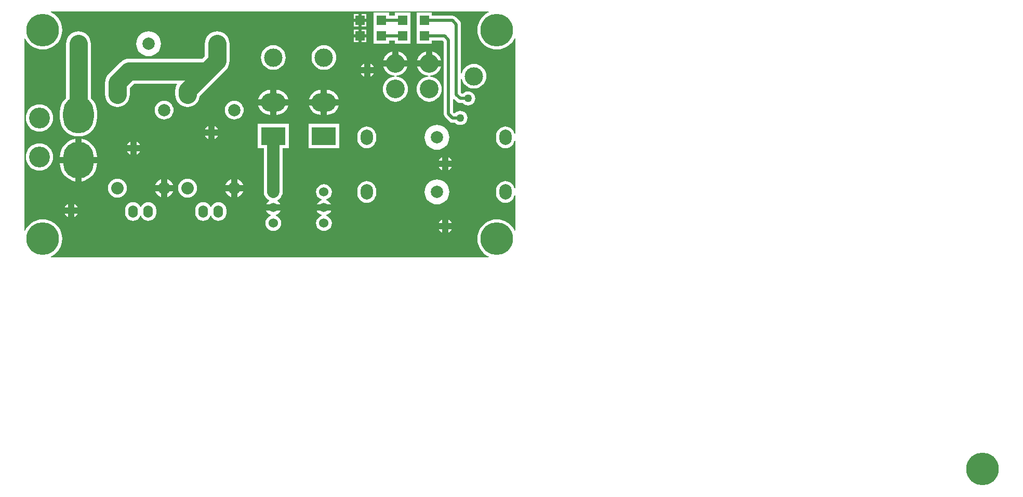
<source format=gtl>
G04 Layer_Physical_Order=1*
G04 Layer_Color=255*
%FSLAX25Y25*%
%MOIN*%
G70*
G01*
G75*
%ADD10R,0.05906X0.05906*%
%ADD11C,0.01969*%
%ADD12C,0.11811*%
%ADD13C,0.07874*%
%ADD14O,0.07874X0.09843*%
%ADD15C,0.07874*%
%ADD16C,0.12000*%
%ADD17C,0.11811*%
%ADD18R,0.15748X0.11811*%
%ADD19O,0.15748X0.11811*%
%ADD20C,0.08000*%
%ADD21O,0.06000X0.08000*%
%ADD22C,0.20945*%
%ADD23C,0.06000*%
%ADD24O,0.19685X0.23622*%
%ADD25C,0.13386*%
%ADD26C,0.05000*%
G36*
X297888Y156990D02*
X297470Y156817D01*
X295796Y155791D01*
X294303Y154516D01*
X293028Y153023D01*
X292002Y151349D01*
X291251Y149535D01*
X290793Y147626D01*
X290639Y145669D01*
X290793Y143712D01*
X291251Y141803D01*
X292002Y139989D01*
X293028Y138315D01*
X294303Y136823D01*
X295796Y135548D01*
X297470Y134522D01*
X299284Y133771D01*
X301192Y133312D01*
X303150Y133158D01*
X305107Y133312D01*
X307016Y133771D01*
X308829Y134522D01*
X310503Y135548D01*
X311996Y136823D01*
X313271Y138315D01*
X314297Y139989D01*
X314470Y140408D01*
X314961Y140310D01*
Y79204D01*
X314461Y79130D01*
X314173Y80078D01*
X313622Y81110D01*
X312880Y82014D01*
X311976Y82756D01*
X310944Y83307D01*
X309825Y83646D01*
X308661Y83761D01*
X307498Y83646D01*
X306378Y83307D01*
X305347Y82756D01*
X304443Y82014D01*
X303701Y81110D01*
X303150Y80078D01*
X302810Y78959D01*
X302696Y77795D01*
Y75827D01*
X302810Y74663D01*
X303150Y73544D01*
X303701Y72512D01*
X304443Y71608D01*
X305347Y70866D01*
X306378Y70315D01*
X307498Y69976D01*
X308661Y69861D01*
X309825Y69976D01*
X310944Y70315D01*
X311976Y70866D01*
X312880Y71608D01*
X313622Y72512D01*
X314173Y73544D01*
X314461Y74492D01*
X314961Y74418D01*
Y44204D01*
X314461Y44130D01*
X314173Y45078D01*
X313622Y46110D01*
X312880Y47014D01*
X311976Y47756D01*
X310944Y48307D01*
X309825Y48646D01*
X308661Y48761D01*
X307498Y48646D01*
X306378Y48307D01*
X305347Y47756D01*
X304443Y47014D01*
X303701Y46110D01*
X303150Y45078D01*
X302810Y43959D01*
X302696Y42795D01*
Y40827D01*
X302810Y39663D01*
X303150Y38544D01*
X303701Y37512D01*
X304443Y36608D01*
X305347Y35866D01*
X306378Y35315D01*
X307498Y34976D01*
X308661Y34861D01*
X309825Y34976D01*
X310944Y35315D01*
X311976Y35866D01*
X312880Y36608D01*
X313622Y37512D01*
X314173Y38544D01*
X314461Y39492D01*
X314961Y39418D01*
Y17170D01*
X314470Y17073D01*
X314297Y17491D01*
X313271Y19165D01*
X311996Y20658D01*
X310503Y21933D01*
X308829Y22958D01*
X307016Y23710D01*
X305107Y24168D01*
X303150Y24322D01*
X301192Y24168D01*
X299284Y23710D01*
X297470Y22958D01*
X295796Y21933D01*
X294303Y20658D01*
X293028Y19165D01*
X292002Y17491D01*
X291251Y15677D01*
X290793Y13768D01*
X290639Y11811D01*
X290793Y9854D01*
X291251Y7945D01*
X292002Y6131D01*
X293028Y4457D01*
X294303Y2964D01*
X295796Y1689D01*
X297470Y664D01*
X297888Y490D01*
X297790Y0D01*
X17170D01*
X17073Y490D01*
X17491Y664D01*
X19165Y1689D01*
X20658Y2964D01*
X21933Y4457D01*
X22958Y6131D01*
X23710Y7945D01*
X24168Y9854D01*
X24322Y11811D01*
X24168Y13768D01*
X23710Y15677D01*
X22958Y17491D01*
X21933Y19165D01*
X20658Y20658D01*
X19165Y21933D01*
X17491Y22958D01*
X15677Y23710D01*
X13768Y24168D01*
X11811Y24322D01*
X9854Y24168D01*
X7945Y23710D01*
X6131Y22958D01*
X4457Y21933D01*
X2964Y20658D01*
X1689Y19165D01*
X664Y17491D01*
X490Y17073D01*
X0Y17170D01*
Y140310D01*
X490Y140408D01*
X664Y139989D01*
X1689Y138315D01*
X2964Y136823D01*
X4457Y135548D01*
X6131Y134522D01*
X7945Y133771D01*
X9854Y133312D01*
X11811Y133158D01*
X13768Y133312D01*
X15677Y133771D01*
X17491Y134522D01*
X19165Y135548D01*
X20658Y136823D01*
X21933Y138315D01*
X22958Y139989D01*
X23710Y141803D01*
X24168Y143712D01*
X24322Y145669D01*
X24168Y147626D01*
X23710Y149535D01*
X22958Y151349D01*
X21933Y153023D01*
X20658Y154516D01*
X19165Y155791D01*
X17491Y156817D01*
X17073Y156990D01*
X17170Y157480D01*
X297790D01*
X297888Y156990D01*
D02*
G37*
%LPC*%
G36*
X247748Y156764D02*
X237842D01*
Y154821D01*
X234028D01*
Y156764D01*
X224122D01*
Y147264D01*
X224122Y146858D01*
X224122Y146358D01*
Y136858D01*
X234028D01*
Y138801D01*
X237842D01*
Y136858D01*
X247748D01*
Y146358D01*
X247748Y146764D01*
X247748Y147264D01*
Y156764D01*
D02*
G37*
G36*
X219248Y155764D02*
X216295D01*
Y152811D01*
X219248D01*
Y155764D01*
D02*
G37*
G36*
X214295D02*
X211343D01*
Y152811D01*
X214295D01*
Y155764D01*
D02*
G37*
G36*
X219248Y150811D02*
X216295D01*
Y147858D01*
X219248D01*
Y150811D01*
D02*
G37*
G36*
X214295D02*
X211343D01*
Y147858D01*
X214295D01*
Y150811D01*
D02*
G37*
G36*
X219248Y145764D02*
X216295D01*
Y142811D01*
X219248D01*
Y145764D01*
D02*
G37*
G36*
X214295D02*
X211343D01*
Y142811D01*
X214295D01*
Y145764D01*
D02*
G37*
G36*
X219248Y140811D02*
X216295D01*
Y137858D01*
X219248D01*
Y140811D01*
D02*
G37*
G36*
X214295D02*
X211343D01*
Y137858D01*
X214295D01*
Y140811D01*
D02*
G37*
G36*
X79685Y144755D02*
X78135Y144602D01*
X76645Y144150D01*
X75272Y143416D01*
X74068Y142428D01*
X73080Y141224D01*
X72346Y139851D01*
X71894Y138361D01*
X71741Y136811D01*
X71894Y135261D01*
X72346Y133771D01*
X73080Y132398D01*
X74068Y131194D01*
X75272Y130206D01*
X76645Y129472D01*
X78135Y129020D01*
X79685Y128867D01*
X81235Y129020D01*
X82725Y129472D01*
X84098Y130206D01*
X85302Y131194D01*
X86290Y132398D01*
X87024Y133771D01*
X87476Y135261D01*
X87629Y136811D01*
X87476Y138361D01*
X87024Y139851D01*
X86290Y141224D01*
X85302Y142428D01*
X84098Y143416D01*
X82725Y144150D01*
X81235Y144602D01*
X79685Y144755D01*
D02*
G37*
G36*
X261685Y132064D02*
Y126311D01*
X267438D01*
X267112Y127387D01*
X266369Y128777D01*
X265369Y129995D01*
X264151Y130995D01*
X262761Y131738D01*
X261685Y132064D01*
D02*
G37*
G36*
X257685D02*
X256609Y131738D01*
X255219Y130995D01*
X254001Y129995D01*
X253001Y128777D01*
X252258Y127387D01*
X251932Y126311D01*
X257685D01*
Y132064D01*
D02*
G37*
G36*
X240032Y132064D02*
Y126311D01*
X245785D01*
X245458Y127387D01*
X244715Y128777D01*
X243716Y129995D01*
X242498Y130995D01*
X241108Y131738D01*
X240032Y132064D01*
D02*
G37*
G36*
X236032Y132064D02*
X234955Y131738D01*
X233565Y130995D01*
X232347Y129995D01*
X231348Y128777D01*
X230605Y127387D01*
X230278Y126311D01*
X236032D01*
Y132064D01*
D02*
G37*
G36*
X222000Y124042D02*
Y122000D01*
X224042D01*
X223931Y122269D01*
X223209Y123209D01*
X222269Y123931D01*
X222000Y124042D01*
D02*
G37*
G36*
X218000D02*
X217731Y123931D01*
X216791Y123209D01*
X216069Y122269D01*
X215958Y122000D01*
X218000D01*
Y124042D01*
D02*
G37*
G36*
X192185Y135995D02*
X190635Y135842D01*
X189145Y135390D01*
X187772Y134656D01*
X186568Y133668D01*
X185580Y132465D01*
X184846Y131091D01*
X184394Y129601D01*
X184241Y128051D01*
X184394Y126501D01*
X184846Y125011D01*
X185580Y123638D01*
X186568Y122434D01*
X187772Y121446D01*
X189145Y120712D01*
X190635Y120260D01*
X192185Y120107D01*
X193735Y120260D01*
X195225Y120712D01*
X196598Y121446D01*
X197802Y122434D01*
X198790Y123638D01*
X199524Y125011D01*
X199976Y126501D01*
X200129Y128051D01*
X199976Y129601D01*
X199524Y131091D01*
X198790Y132465D01*
X197802Y133668D01*
X196598Y134656D01*
X195225Y135390D01*
X193735Y135842D01*
X192185Y135995D01*
D02*
G37*
G36*
X159685D02*
X158135Y135842D01*
X156645Y135390D01*
X155272Y134656D01*
X154068Y133668D01*
X153080Y132465D01*
X152346Y131091D01*
X151894Y129601D01*
X151741Y128051D01*
X151894Y126501D01*
X152346Y125011D01*
X153080Y123638D01*
X154068Y122434D01*
X155272Y121446D01*
X156645Y120712D01*
X158135Y120260D01*
X159685Y120107D01*
X161235Y120260D01*
X162725Y120712D01*
X164098Y121446D01*
X165302Y122434D01*
X166290Y123638D01*
X167024Y125011D01*
X167476Y126501D01*
X167629Y128051D01*
X167476Y129601D01*
X167024Y131091D01*
X166290Y132465D01*
X165302Y133668D01*
X164098Y134656D01*
X162725Y135390D01*
X161235Y135842D01*
X159685Y135995D01*
D02*
G37*
G36*
X224042Y118000D02*
X222000D01*
Y115958D01*
X222269Y116069D01*
X223209Y116791D01*
X223931Y117731D01*
X224042Y118000D01*
D02*
G37*
G36*
X218000D02*
X215958D01*
X216069Y117731D01*
X216791Y116791D01*
X217731Y116069D01*
X218000Y115958D01*
Y118000D01*
D02*
G37*
G36*
X261528Y156764D02*
X251622D01*
Y146858D01*
X251622D01*
Y146764D01*
X251622D01*
Y136858D01*
X261528D01*
Y138801D01*
X268438D01*
X269175Y138064D01*
Y91811D01*
X269278Y91032D01*
X269578Y90306D01*
X270057Y89683D01*
X272557Y87183D01*
X273180Y86704D01*
X273906Y86404D01*
X274685Y86301D01*
X276323D01*
X276476Y86102D01*
X277416Y85380D01*
X278510Y84927D01*
X279685Y84772D01*
X280860Y84927D01*
X281955Y85380D01*
X282894Y86102D01*
X283616Y87042D01*
X284069Y88136D01*
X284224Y89311D01*
X284069Y90486D01*
X283616Y91580D01*
X282894Y92520D01*
X281955Y93242D01*
X280860Y93695D01*
X279685Y93850D01*
X278510Y93695D01*
X277416Y93242D01*
X276476Y92520D01*
X276394Y92414D01*
X275863Y92390D01*
X275195Y93058D01*
Y101391D01*
X275657Y101582D01*
X277557Y99683D01*
X278180Y99204D01*
X278906Y98904D01*
X279685Y98801D01*
X281323D01*
X281476Y98602D01*
X282416Y97880D01*
X283510Y97427D01*
X284685Y97272D01*
X285860Y97427D01*
X286954Y97880D01*
X287895Y98602D01*
X288616Y99542D01*
X289069Y100636D01*
X289224Y101811D01*
X289069Y102986D01*
X288616Y104080D01*
X287895Y105020D01*
X286954Y105742D01*
X285860Y106195D01*
X284685Y106350D01*
X283510Y106195D01*
X282416Y105742D01*
X281476Y105020D01*
X281394Y104913D01*
X280863Y104890D01*
X280195Y105558D01*
Y114218D01*
X280695Y114293D01*
X281086Y113003D01*
X281820Y111630D01*
X282808Y110426D01*
X284012Y109438D01*
X285385Y108704D01*
X286876Y108252D01*
X288425Y108100D01*
X289975Y108252D01*
X291465Y108704D01*
X292839Y109438D01*
X294042Y110426D01*
X295030Y111630D01*
X295764Y113003D01*
X296216Y114494D01*
X296369Y116043D01*
X296216Y117593D01*
X295764Y119083D01*
X295030Y120457D01*
X294042Y121660D01*
X292839Y122648D01*
X291465Y123382D01*
X289975Y123834D01*
X288425Y123987D01*
X286876Y123834D01*
X285385Y123382D01*
X284012Y122648D01*
X282808Y121660D01*
X281820Y120457D01*
X281086Y119083D01*
X280695Y117794D01*
X280195Y117868D01*
Y149311D01*
X280093Y150090D01*
X279792Y150816D01*
X279313Y151439D01*
X276813Y153939D01*
X276190Y154418D01*
X275464Y154718D01*
X274685Y154821D01*
X261528D01*
Y156764D01*
D02*
G37*
G36*
X194185Y107252D02*
Y101311D01*
X201808D01*
X201493Y102351D01*
X200759Y103724D01*
X199771Y104928D01*
X198567Y105916D01*
X197194Y106650D01*
X195703Y107102D01*
X194185Y107252D01*
D02*
G37*
G36*
X161685D02*
Y101311D01*
X169308D01*
X168993Y102351D01*
X168259Y103724D01*
X167271Y104928D01*
X166067Y105916D01*
X164693Y106650D01*
X163203Y107102D01*
X161685Y107252D01*
D02*
G37*
G36*
X190185D02*
X188667Y107102D01*
X187177Y106650D01*
X185803Y105916D01*
X184599Y104928D01*
X183612Y103724D01*
X182878Y102351D01*
X182562Y101311D01*
X190185D01*
Y107252D01*
D02*
G37*
G36*
X157685D02*
X156167Y107102D01*
X154677Y106650D01*
X153303Y105916D01*
X152100Y104928D01*
X151111Y103724D01*
X150378Y102351D01*
X150062Y101311D01*
X157685D01*
Y107252D01*
D02*
G37*
G36*
X267438Y122311D02*
X259685D01*
X251932D01*
X252258Y121235D01*
X253001Y119845D01*
X254001Y118627D01*
X255219Y117627D01*
X256609Y116884D01*
X258117Y116427D01*
X259412Y116299D01*
X259460Y116295D01*
Y115792D01*
X259412Y115787D01*
X258117Y115660D01*
X256609Y115202D01*
X255219Y114460D01*
X254001Y113460D01*
X253001Y112242D01*
X252258Y110852D01*
X251801Y109344D01*
X251646Y107776D01*
X251801Y106207D01*
X252258Y104699D01*
X253001Y103310D01*
X254001Y102091D01*
X255219Y101092D01*
X256609Y100349D01*
X258117Y99891D01*
X259685Y99737D01*
X261253Y99891D01*
X262761Y100349D01*
X264151Y101092D01*
X265369Y102091D01*
X266369Y103310D01*
X267112Y104699D01*
X267569Y106207D01*
X267724Y107776D01*
X267569Y109344D01*
X267112Y110852D01*
X266369Y112242D01*
X265369Y113460D01*
X264151Y114460D01*
X262761Y115202D01*
X261253Y115660D01*
X259958Y115787D01*
X259910Y115792D01*
Y116295D01*
X259958Y116299D01*
X261253Y116427D01*
X262761Y116884D01*
X264151Y117627D01*
X265369Y118627D01*
X266369Y119845D01*
X267112Y121235D01*
X267438Y122311D01*
D02*
G37*
G36*
X245785Y122311D02*
X238032D01*
X230278D01*
X230605Y121235D01*
X231348Y119845D01*
X232347Y118627D01*
X233565Y117627D01*
X234955Y116884D01*
X236463Y116427D01*
X237759Y116299D01*
X237806Y116295D01*
Y115792D01*
X237759Y115787D01*
X236463Y115660D01*
X234955Y115202D01*
X233565Y114460D01*
X232347Y113460D01*
X231348Y112242D01*
X230605Y110852D01*
X230147Y109344D01*
X229993Y107776D01*
X230147Y106207D01*
X230605Y104699D01*
X231348Y103310D01*
X232347Y102091D01*
X233565Y101092D01*
X234955Y100349D01*
X236463Y99891D01*
X238032Y99737D01*
X239600Y99891D01*
X241108Y100349D01*
X242498Y101092D01*
X243716Y102091D01*
X244715Y103310D01*
X245458Y104699D01*
X245916Y106207D01*
X246070Y107776D01*
X245916Y109344D01*
X245458Y110852D01*
X244715Y112242D01*
X243716Y113460D01*
X242498Y114460D01*
X241108Y115202D01*
X239600Y115660D01*
X238304Y115787D01*
X238257Y115792D01*
Y116295D01*
X238304Y116299D01*
X239600Y116427D01*
X241108Y116884D01*
X242498Y117627D01*
X243716Y118627D01*
X244715Y119845D01*
X245458Y121235D01*
X245785Y122311D01*
D02*
G37*
G36*
X123661Y144755D02*
X122112Y144602D01*
X120622Y144150D01*
X119248Y143416D01*
X118044Y142428D01*
X117056Y141224D01*
X116322Y139851D01*
X115870Y138361D01*
X115718Y136811D01*
Y129078D01*
X113895Y127255D01*
X67185D01*
X65635Y127102D01*
X64145Y126650D01*
X62772Y125916D01*
X61568Y124928D01*
X54068Y117428D01*
X53080Y116224D01*
X52346Y114851D01*
X51894Y113361D01*
X51741Y111811D01*
Y104311D01*
X51894Y102761D01*
X52346Y101271D01*
X53080Y99898D01*
X54068Y98694D01*
X55272Y97706D01*
X56645Y96972D01*
X58135Y96520D01*
X59685Y96367D01*
X61235Y96520D01*
X62725Y96972D01*
X64098Y97706D01*
X65302Y98694D01*
X66290Y99898D01*
X67024Y101271D01*
X67476Y102761D01*
X67629Y104311D01*
Y108521D01*
X70476Y111367D01*
X97589D01*
X97889Y110867D01*
X97346Y109851D01*
X96894Y108361D01*
X96741Y106811D01*
Y104311D01*
X96894Y102761D01*
X97346Y101271D01*
X98080Y99898D01*
X99068Y98694D01*
X100272Y97706D01*
X101645Y96972D01*
X103135Y96520D01*
X104685Y96367D01*
X106235Y96520D01*
X107725Y96972D01*
X109098Y97706D01*
X110302Y98694D01*
X111290Y99898D01*
X112024Y101271D01*
X112476Y102761D01*
X112542Y103434D01*
X122802Y113694D01*
X129278Y120170D01*
X129279Y120170D01*
X130266Y121374D01*
X131000Y122748D01*
X131453Y124238D01*
X131605Y125787D01*
Y136811D01*
X131453Y138361D01*
X131000Y139851D01*
X130266Y141224D01*
X129279Y142428D01*
X128075Y143416D01*
X126701Y144150D01*
X125211Y144602D01*
X123661Y144755D01*
D02*
G37*
G36*
X201808Y97311D02*
X194185D01*
Y91370D01*
X195703Y91520D01*
X197194Y91972D01*
X198567Y92706D01*
X199771Y93694D01*
X200759Y94898D01*
X201493Y96271D01*
X201808Y97311D01*
D02*
G37*
G36*
X169308D02*
X161685D01*
Y91370D01*
X163203Y91520D01*
X164693Y91972D01*
X166067Y92706D01*
X167271Y93694D01*
X168259Y94898D01*
X168993Y96271D01*
X169308Y97311D01*
D02*
G37*
G36*
X190185D02*
X182562D01*
X182878Y96271D01*
X183612Y94898D01*
X184599Y93694D01*
X185803Y92706D01*
X187177Y91972D01*
X188667Y91520D01*
X190185Y91370D01*
Y97311D01*
D02*
G37*
G36*
X157685D02*
X150062D01*
X150378Y96271D01*
X151111Y94898D01*
X152100Y93694D01*
X153303Y92706D01*
X154677Y91972D01*
X156167Y91520D01*
X157685Y91370D01*
Y97311D01*
D02*
G37*
G36*
X134685Y100277D02*
X133521Y100162D01*
X132402Y99823D01*
X131371Y99271D01*
X130467Y98529D01*
X129725Y97625D01*
X129173Y96594D01*
X128834Y95475D01*
X128719Y94311D01*
X128834Y93147D01*
X129173Y92028D01*
X129725Y90997D01*
X130467Y90093D01*
X131371Y89351D01*
X132402Y88799D01*
X133521Y88460D01*
X134685Y88345D01*
X135849Y88460D01*
X136968Y88799D01*
X137999Y89351D01*
X138903Y90093D01*
X139645Y90997D01*
X140197Y92028D01*
X140536Y93147D01*
X140651Y94311D01*
X140536Y95475D01*
X140197Y96594D01*
X139645Y97625D01*
X138903Y98529D01*
X137999Y99271D01*
X136968Y99823D01*
X135849Y100162D01*
X134685Y100277D01*
D02*
G37*
G36*
X89685D02*
X88521Y100162D01*
X87402Y99823D01*
X86371Y99271D01*
X85467Y98529D01*
X84725Y97625D01*
X84173Y96594D01*
X83834Y95475D01*
X83719Y94311D01*
X83834Y93147D01*
X84173Y92028D01*
X84725Y90997D01*
X85467Y90093D01*
X86371Y89351D01*
X87402Y88799D01*
X88521Y88460D01*
X89685Y88345D01*
X90849Y88460D01*
X91968Y88799D01*
X92999Y89351D01*
X93903Y90093D01*
X94645Y90997D01*
X95197Y92028D01*
X95536Y93147D01*
X95651Y94311D01*
X95536Y95475D01*
X95197Y96594D01*
X94645Y97625D01*
X93903Y98529D01*
X92999Y99271D01*
X91968Y99823D01*
X90849Y100162D01*
X89685Y100277D01*
D02*
G37*
G36*
X122000Y84042D02*
Y82000D01*
X124042D01*
X123931Y82269D01*
X123209Y83209D01*
X122269Y83931D01*
X122000Y84042D01*
D02*
G37*
G36*
X118000D02*
X117731Y83931D01*
X116791Y83209D01*
X116069Y82269D01*
X115958Y82000D01*
X118000D01*
Y84042D01*
D02*
G37*
G36*
X9685Y98046D02*
X7981Y97878D01*
X6342Y97381D01*
X4832Y96574D01*
X3509Y95488D01*
X2422Y94164D01*
X1615Y92654D01*
X1118Y91015D01*
X950Y89311D01*
X1118Y87607D01*
X1615Y85968D01*
X2422Y84458D01*
X3509Y83135D01*
X4832Y82048D01*
X6342Y81241D01*
X7981Y80744D01*
X9685Y80576D01*
X11389Y80744D01*
X13028Y81241D01*
X14538Y82048D01*
X15862Y83135D01*
X16948Y84458D01*
X17755Y85968D01*
X18252Y87607D01*
X18420Y89311D01*
X18252Y91015D01*
X17755Y92654D01*
X16948Y94164D01*
X15862Y95488D01*
X14538Y96574D01*
X13028Y97381D01*
X11389Y97878D01*
X9685Y98046D01*
D02*
G37*
G36*
X34685Y144755D02*
X33135Y144602D01*
X31645Y144150D01*
X30272Y143416D01*
X29068Y142428D01*
X28080Y141224D01*
X27346Y139851D01*
X26894Y138361D01*
X26741Y136811D01*
Y102037D01*
X26285Y101648D01*
X25075Y100230D01*
X24101Y98641D01*
X23387Y96919D01*
X22952Y95106D01*
X22806Y93248D01*
Y89311D01*
X22952Y87453D01*
X23387Y85640D01*
X24101Y83918D01*
X25075Y82329D01*
X26285Y80911D01*
X27703Y79701D01*
X29292Y78727D01*
X31014Y78013D01*
X32827Y77578D01*
X34685Y77432D01*
X36543Y77578D01*
X38356Y78013D01*
X40078Y78727D01*
X41667Y79701D01*
X43085Y80911D01*
X44295Y82329D01*
X45269Y83918D01*
X45983Y85640D01*
X46418Y87453D01*
X46564Y89311D01*
Y93248D01*
X46418Y95106D01*
X45983Y96919D01*
X45269Y98641D01*
X44295Y100230D01*
X43085Y101648D01*
X42629Y102037D01*
Y136811D01*
X42476Y138361D01*
X42024Y139851D01*
X41290Y141224D01*
X40302Y142428D01*
X39098Y143416D01*
X37725Y144150D01*
X36235Y144602D01*
X34685Y144755D01*
D02*
G37*
G36*
X124042Y78000D02*
X122000D01*
Y75958D01*
X122269Y76069D01*
X123209Y76791D01*
X123931Y77731D01*
X124042Y78000D01*
D02*
G37*
G36*
X118000D02*
X115958D01*
X116069Y77731D01*
X116791Y76791D01*
X117731Y76069D01*
X118000Y75958D01*
Y78000D01*
D02*
G37*
G36*
X72000Y74042D02*
Y72000D01*
X74042D01*
X73931Y72269D01*
X73209Y73209D01*
X72269Y73931D01*
X72000Y74042D01*
D02*
G37*
G36*
X68000D02*
X67731Y73931D01*
X66791Y73209D01*
X66069Y72269D01*
X65958Y72000D01*
X68000D01*
Y74042D01*
D02*
G37*
G36*
X219685Y83761D02*
X218521Y83646D01*
X217402Y83307D01*
X216371Y82756D01*
X215467Y82014D01*
X214725Y81110D01*
X214173Y80078D01*
X213834Y78959D01*
X213719Y77795D01*
Y75827D01*
X213834Y74663D01*
X214173Y73544D01*
X214725Y72512D01*
X215467Y71608D01*
X216371Y70866D01*
X217402Y70315D01*
X218521Y69976D01*
X219685Y69861D01*
X220849Y69976D01*
X221968Y70315D01*
X222999Y70866D01*
X223903Y71608D01*
X224645Y72512D01*
X225197Y73544D01*
X225536Y74663D01*
X225651Y75827D01*
Y77795D01*
X225536Y78959D01*
X225197Y80078D01*
X224645Y81110D01*
X223903Y82014D01*
X222999Y82756D01*
X221968Y83307D01*
X220849Y83646D01*
X219685Y83761D01*
D02*
G37*
G36*
X202059Y85563D02*
X182311D01*
Y69752D01*
X202059D01*
Y85563D01*
D02*
G37*
G36*
X264685Y84755D02*
X263135Y84602D01*
X261645Y84150D01*
X260272Y83416D01*
X259068Y82428D01*
X258080Y81224D01*
X257346Y79851D01*
X256894Y78361D01*
X256741Y76811D01*
X256894Y75261D01*
X257346Y73771D01*
X258080Y72398D01*
X259068Y71194D01*
X260272Y70206D01*
X261645Y69472D01*
X263135Y69020D01*
X264685Y68867D01*
X266235Y69020D01*
X267725Y69472D01*
X269098Y70206D01*
X270302Y71194D01*
X271290Y72398D01*
X272024Y73771D01*
X272476Y75261D01*
X272629Y76811D01*
X272476Y78361D01*
X272024Y79851D01*
X271290Y81224D01*
X270302Y82428D01*
X269098Y83416D01*
X267725Y84150D01*
X266235Y84602D01*
X264685Y84755D01*
D02*
G37*
G36*
X74042Y68000D02*
X72000D01*
Y65958D01*
X72269Y66069D01*
X73209Y66791D01*
X73931Y67731D01*
X74042Y68000D01*
D02*
G37*
G36*
X68000D02*
X65958D01*
X66069Y67731D01*
X66791Y66791D01*
X67731Y66069D01*
X68000Y65958D01*
Y68000D01*
D02*
G37*
G36*
X36685Y76010D02*
Y64342D01*
X46562D01*
X46418Y66169D01*
X45983Y67982D01*
X45269Y69704D01*
X44295Y71293D01*
X43085Y72711D01*
X41667Y73922D01*
X40078Y74895D01*
X38356Y75609D01*
X36685Y76010D01*
D02*
G37*
G36*
X32685D02*
X31014Y75609D01*
X29292Y74895D01*
X27703Y73922D01*
X26285Y72711D01*
X25075Y71293D01*
X24101Y69704D01*
X23387Y67982D01*
X22952Y66169D01*
X22808Y64342D01*
X32685D01*
Y76010D01*
D02*
G37*
G36*
X272000Y64042D02*
Y62000D01*
X274042D01*
X273931Y62269D01*
X273209Y63209D01*
X272269Y63931D01*
X272000Y64042D01*
D02*
G37*
G36*
X268000D02*
X267731Y63931D01*
X266791Y63209D01*
X266069Y62269D01*
X265958Y62000D01*
X268000D01*
Y64042D01*
D02*
G37*
G36*
X274042Y58000D02*
X272000D01*
Y55958D01*
X272269Y56069D01*
X273209Y56791D01*
X273931Y57731D01*
X274042Y58000D01*
D02*
G37*
G36*
X268000D02*
X265958D01*
X266069Y57731D01*
X266791Y56791D01*
X267731Y56069D01*
X268000Y55958D01*
Y58000D01*
D02*
G37*
G36*
X9685Y73046D02*
X7981Y72878D01*
X6342Y72381D01*
X4832Y71574D01*
X3509Y70488D01*
X2422Y69164D01*
X1615Y67654D01*
X1118Y66015D01*
X950Y64311D01*
X1118Y62607D01*
X1615Y60968D01*
X2422Y59458D01*
X3509Y58135D01*
X4832Y57048D01*
X6342Y56241D01*
X7981Y55744D01*
X9685Y55576D01*
X11389Y55744D01*
X13028Y56241D01*
X14538Y57048D01*
X15862Y58135D01*
X16948Y59458D01*
X17755Y60968D01*
X18252Y62607D01*
X18420Y64311D01*
X18252Y66015D01*
X17755Y67654D01*
X16948Y69164D01*
X15862Y70488D01*
X14538Y71574D01*
X13028Y72381D01*
X11389Y72878D01*
X9685Y73046D01*
D02*
G37*
G36*
X46562Y60343D02*
X36685D01*
Y48675D01*
X38356Y49076D01*
X40078Y49790D01*
X41667Y50764D01*
X43085Y51974D01*
X44295Y53392D01*
X45269Y54981D01*
X45983Y56703D01*
X46418Y58516D01*
X46562Y60343D01*
D02*
G37*
G36*
X32685D02*
X22808D01*
X22952Y58516D01*
X23387Y56703D01*
X24101Y54981D01*
X25075Y53392D01*
X26285Y51974D01*
X27703Y50764D01*
X29292Y49790D01*
X31014Y49076D01*
X32685Y48675D01*
Y60343D01*
D02*
G37*
G36*
X91685Y49974D02*
Y46311D01*
X95348D01*
X95255Y46618D01*
X94698Y47661D01*
X93948Y48574D01*
X93035Y49324D01*
X91992Y49881D01*
X91685Y49974D01*
D02*
G37*
G36*
X136685D02*
Y46311D01*
X140348D01*
X140255Y46618D01*
X139698Y47661D01*
X138948Y48574D01*
X138035Y49324D01*
X136992Y49881D01*
X136685Y49974D01*
D02*
G37*
G36*
X87685D02*
X87378Y49881D01*
X86335Y49324D01*
X85422Y48574D01*
X84672Y47661D01*
X84115Y46618D01*
X84022Y46311D01*
X87685D01*
Y49974D01*
D02*
G37*
G36*
X132685D02*
X132378Y49881D01*
X131335Y49324D01*
X130422Y48574D01*
X129672Y47661D01*
X129115Y46618D01*
X129022Y46311D01*
X132685D01*
Y49974D01*
D02*
G37*
G36*
X140348Y42311D02*
X136685D01*
Y38648D01*
X136992Y38741D01*
X138035Y39298D01*
X138948Y40048D01*
X139698Y40962D01*
X140255Y42004D01*
X140348Y42311D01*
D02*
G37*
G36*
X95348D02*
X91685D01*
Y38648D01*
X91992Y38741D01*
X93035Y39298D01*
X93948Y40048D01*
X94698Y40962D01*
X95255Y42004D01*
X95348Y42311D01*
D02*
G37*
G36*
X132685D02*
X129022D01*
X129115Y42004D01*
X129672Y40962D01*
X130422Y40048D01*
X131335Y39298D01*
X132378Y38741D01*
X132685Y38648D01*
Y42311D01*
D02*
G37*
G36*
X87685D02*
X84022D01*
X84115Y42004D01*
X84672Y40962D01*
X85422Y40048D01*
X86335Y39298D01*
X87378Y38741D01*
X87685Y38648D01*
Y42311D01*
D02*
G37*
G36*
X104685Y50340D02*
X103509Y50224D01*
X102378Y49881D01*
X101336Y49324D01*
X100422Y48574D01*
X99672Y47661D01*
X99115Y46618D01*
X98772Y45487D01*
X98656Y44311D01*
X98772Y43135D01*
X99115Y42004D01*
X99672Y40962D01*
X100422Y40048D01*
X101336Y39298D01*
X102378Y38741D01*
X103509Y38398D01*
X104685Y38282D01*
X105861Y38398D01*
X106992Y38741D01*
X108035Y39298D01*
X108948Y40048D01*
X109698Y40962D01*
X110255Y42004D01*
X110598Y43135D01*
X110714Y44311D01*
X110598Y45487D01*
X110255Y46618D01*
X109698Y47661D01*
X108948Y48574D01*
X108035Y49324D01*
X106992Y49881D01*
X105861Y50224D01*
X104685Y50340D01*
D02*
G37*
G36*
X59685D02*
X58509Y50224D01*
X57378Y49881D01*
X56336Y49324D01*
X55422Y48574D01*
X54672Y47661D01*
X54115Y46618D01*
X53772Y45487D01*
X53656Y44311D01*
X53772Y43135D01*
X54115Y42004D01*
X54672Y40962D01*
X55422Y40048D01*
X56336Y39298D01*
X57378Y38741D01*
X58509Y38398D01*
X59685Y38282D01*
X60861Y38398D01*
X61992Y38741D01*
X63035Y39298D01*
X63948Y40048D01*
X64698Y40962D01*
X65255Y42004D01*
X65598Y43135D01*
X65714Y44311D01*
X65598Y45487D01*
X65255Y46618D01*
X64698Y47661D01*
X63948Y48574D01*
X63035Y49324D01*
X61992Y49881D01*
X60861Y50224D01*
X59685Y50340D01*
D02*
G37*
G36*
X219685Y48761D02*
X218521Y48646D01*
X217402Y48307D01*
X216371Y47756D01*
X215467Y47014D01*
X214725Y46110D01*
X214173Y45078D01*
X213834Y43959D01*
X213719Y42795D01*
Y40827D01*
X213834Y39663D01*
X214173Y38544D01*
X214725Y37512D01*
X215467Y36608D01*
X216371Y35866D01*
X217402Y35315D01*
X218521Y34976D01*
X219685Y34861D01*
X220849Y34976D01*
X221968Y35315D01*
X222999Y35866D01*
X223903Y36608D01*
X224645Y37512D01*
X225197Y38544D01*
X225536Y39663D01*
X225651Y40827D01*
Y42795D01*
X225536Y43959D01*
X225197Y45078D01*
X224645Y46110D01*
X223903Y47014D01*
X222999Y47756D01*
X221968Y48307D01*
X220849Y48646D01*
X219685Y48761D01*
D02*
G37*
G36*
X264685Y49755D02*
X263135Y49602D01*
X261645Y49150D01*
X260272Y48416D01*
X259068Y47428D01*
X258080Y46224D01*
X257346Y44851D01*
X256894Y43361D01*
X256741Y41811D01*
X256894Y40261D01*
X257346Y38771D01*
X258080Y37398D01*
X259068Y36194D01*
X260272Y35206D01*
X261645Y34472D01*
X263135Y34020D01*
X264685Y33867D01*
X266235Y34020D01*
X267725Y34472D01*
X269098Y35206D01*
X270302Y36194D01*
X271290Y37398D01*
X272024Y38771D01*
X272476Y40261D01*
X272629Y41811D01*
X272476Y43361D01*
X272024Y44851D01*
X271290Y46224D01*
X270302Y47428D01*
X269098Y48416D01*
X267725Y49150D01*
X266235Y49602D01*
X264685Y49755D01*
D02*
G37*
G36*
X192185Y46854D02*
X190880Y46682D01*
X189664Y46178D01*
X188619Y45377D01*
X187818Y44333D01*
X187314Y43116D01*
X187142Y41811D01*
X187314Y40506D01*
X187818Y39289D01*
X188619Y38245D01*
X189664Y37444D01*
X190537Y37082D01*
Y36540D01*
X189664Y36178D01*
X188619Y35377D01*
X187818Y34333D01*
X187601Y33811D01*
X192185D01*
X196769D01*
X196553Y34333D01*
X195751Y35377D01*
X194707Y36178D01*
X193833Y36540D01*
Y37082D01*
X194707Y37444D01*
X195751Y38245D01*
X196553Y39289D01*
X197056Y40506D01*
X197228Y41811D01*
X197056Y43116D01*
X196553Y44333D01*
X195751Y45377D01*
X194707Y46178D01*
X193490Y46682D01*
X192185Y46854D01*
D02*
G37*
G36*
X169559Y85563D02*
X149811D01*
Y69752D01*
X153719D01*
Y51811D01*
Y41811D01*
X153834Y40647D01*
X154173Y39528D01*
X154725Y38497D01*
X155467Y37593D01*
X156371Y36851D01*
X156877Y36580D01*
X156919Y35991D01*
X156119Y35377D01*
X155318Y34333D01*
X155102Y33811D01*
X159685D01*
X164269D01*
X164052Y34333D01*
X163251Y35377D01*
X162451Y35991D01*
X162493Y36580D01*
X162999Y36851D01*
X163903Y37593D01*
X164645Y38497D01*
X165197Y39528D01*
X165536Y40647D01*
X165651Y41811D01*
Y51811D01*
Y69752D01*
X169559D01*
Y85563D01*
D02*
G37*
G36*
X124528Y35354D02*
X123222Y35182D01*
X122006Y34679D01*
X120961Y33877D01*
X120160Y32833D01*
X119877Y32149D01*
X119336D01*
X119053Y32833D01*
X118251Y33877D01*
X117207Y34679D01*
X115990Y35182D01*
X114685Y35354D01*
X113380Y35182D01*
X112163Y34679D01*
X111119Y33877D01*
X110318Y32833D01*
X109814Y31616D01*
X109642Y30311D01*
Y28311D01*
X109814Y27006D01*
X110318Y25789D01*
X111119Y24745D01*
X112163Y23944D01*
X113380Y23440D01*
X114685Y23268D01*
X115990Y23440D01*
X117207Y23944D01*
X118251Y24745D01*
X119053Y25789D01*
X119336Y26473D01*
X119877D01*
X120160Y25789D01*
X120961Y24745D01*
X122006Y23944D01*
X123222Y23440D01*
X124528Y23268D01*
X125833Y23440D01*
X127049Y23944D01*
X128094Y24745D01*
X128895Y25789D01*
X129399Y27006D01*
X129571Y28311D01*
Y30311D01*
X129399Y31616D01*
X128895Y32833D01*
X128094Y33877D01*
X127049Y34679D01*
X125833Y35182D01*
X124528Y35354D01*
D02*
G37*
G36*
X79528D02*
X78222Y35182D01*
X77006Y34679D01*
X75962Y33877D01*
X75160Y32833D01*
X74877Y32149D01*
X74336D01*
X74053Y32833D01*
X73251Y33877D01*
X72207Y34679D01*
X70990Y35182D01*
X69685Y35354D01*
X68380Y35182D01*
X67163Y34679D01*
X66119Y33877D01*
X65318Y32833D01*
X64814Y31616D01*
X64642Y30311D01*
Y28311D01*
X64814Y27006D01*
X65318Y25789D01*
X66119Y24745D01*
X67163Y23944D01*
X68380Y23440D01*
X69685Y23268D01*
X70990Y23440D01*
X72207Y23944D01*
X73251Y24745D01*
X74053Y25789D01*
X74336Y26473D01*
X74877D01*
X75160Y25789D01*
X75962Y24745D01*
X77006Y23944D01*
X78222Y23440D01*
X79528Y23268D01*
X80833Y23440D01*
X82049Y23944D01*
X83094Y24745D01*
X83895Y25789D01*
X84399Y27006D01*
X84571Y28311D01*
Y30311D01*
X84399Y31616D01*
X83895Y32833D01*
X83094Y33877D01*
X82049Y34679D01*
X80833Y35182D01*
X79528Y35354D01*
D02*
G37*
G36*
X32000Y34042D02*
Y32000D01*
X34042D01*
X33931Y32269D01*
X33209Y33209D01*
X32269Y33931D01*
X32000Y34042D01*
D02*
G37*
G36*
X28000D02*
X27731Y33931D01*
X26791Y33209D01*
X26069Y32269D01*
X25958Y32000D01*
X28000D01*
Y34042D01*
D02*
G37*
G36*
X34042Y28000D02*
X32000D01*
Y25958D01*
X32269Y26069D01*
X33209Y26791D01*
X33931Y27731D01*
X34042Y28000D01*
D02*
G37*
G36*
X28000D02*
X25958D01*
X26069Y27731D01*
X26791Y26791D01*
X27731Y26069D01*
X28000Y25958D01*
Y28000D01*
D02*
G37*
G36*
X272000Y24042D02*
Y22000D01*
X274042D01*
X273931Y22269D01*
X273209Y23209D01*
X272269Y23931D01*
X272000Y24042D01*
D02*
G37*
G36*
X268000D02*
X267731Y23931D01*
X266791Y23209D01*
X266069Y22269D01*
X265958Y22000D01*
X268000D01*
Y24042D01*
D02*
G37*
G36*
X196769Y29811D02*
X192185D01*
X187601D01*
X187818Y29289D01*
X188619Y28245D01*
X189664Y27444D01*
X190537Y27082D01*
Y26540D01*
X189664Y26179D01*
X188619Y25377D01*
X187818Y24333D01*
X187314Y23116D01*
X187142Y21811D01*
X187314Y20506D01*
X187818Y19289D01*
X188619Y18245D01*
X189664Y17444D01*
X190880Y16940D01*
X192185Y16768D01*
X193490Y16940D01*
X194707Y17444D01*
X195751Y18245D01*
X196553Y19289D01*
X197056Y20506D01*
X197228Y21811D01*
X197056Y23116D01*
X196553Y24333D01*
X195751Y25377D01*
X194707Y26179D01*
X193833Y26540D01*
Y27082D01*
X194707Y27444D01*
X195751Y28245D01*
X196553Y29289D01*
X196769Y29811D01*
D02*
G37*
G36*
X164269D02*
X159685D01*
X155102D01*
X155318Y29289D01*
X156119Y28245D01*
X157164Y27444D01*
X158037Y27082D01*
Y26540D01*
X157164Y26179D01*
X156119Y25377D01*
X155318Y24333D01*
X154814Y23116D01*
X154642Y21811D01*
X154814Y20506D01*
X155318Y19289D01*
X156119Y18245D01*
X157164Y17444D01*
X158380Y16940D01*
X159685Y16768D01*
X160990Y16940D01*
X162207Y17444D01*
X163251Y18245D01*
X164052Y19289D01*
X164556Y20506D01*
X164728Y21811D01*
X164556Y23116D01*
X164052Y24333D01*
X163251Y25377D01*
X162207Y26179D01*
X161333Y26540D01*
Y27082D01*
X162207Y27444D01*
X163251Y28245D01*
X164052Y29289D01*
X164269Y29811D01*
D02*
G37*
G36*
X274042Y18000D02*
X272000D01*
Y15958D01*
X272269Y16069D01*
X273209Y16791D01*
X273931Y17731D01*
X274042Y18000D01*
D02*
G37*
G36*
X268000D02*
X265958D01*
X266069Y17731D01*
X266791Y16791D01*
X267731Y16069D01*
X268000Y15958D01*
Y18000D01*
D02*
G37*
%LPD*%
D10*
X215295Y151811D02*
D03*
X229075D02*
D03*
X215295Y141811D02*
D03*
X229075D02*
D03*
X242795Y151811D02*
D03*
X256575D02*
D03*
X242795Y141811D02*
D03*
X256575D02*
D03*
D11*
X277185Y104311D02*
Y149311D01*
X274685Y151811D02*
X277185Y149311D01*
X256575Y151811D02*
X274685D01*
X272185Y91811D02*
Y139311D01*
X269685Y141811D02*
X272185Y139311D01*
X256575Y141811D02*
X269685D01*
X274685Y89311D02*
X279685D01*
X272185Y91811D02*
X274685Y89311D01*
X279685Y101811D02*
X284685D01*
X277185Y104311D02*
X279685Y101811D01*
X229075Y141811D02*
X242795D01*
X229075Y151811D02*
X242795D01*
D12*
X123661Y125787D02*
Y136811D01*
X117185Y119311D02*
X123661Y125787D01*
X59685Y104311D02*
Y111811D01*
X67185Y119311D01*
X104685Y104311D02*
Y106811D01*
X117185Y119311D01*
X67185D02*
X117185D01*
X34685Y89311D02*
Y136811D01*
D13*
X159685Y41811D02*
Y51811D01*
Y77658D01*
D14*
X308661Y41811D02*
D03*
X219685D02*
D03*
X308661Y76811D02*
D03*
X219685D02*
D03*
X123661Y136811D02*
D03*
X34685D02*
D03*
D15*
X264685Y41811D02*
D03*
Y76811D02*
D03*
X79685Y136811D02*
D03*
X104685Y104311D02*
D03*
X134685Y94311D02*
D03*
X59685Y104311D02*
D03*
X89685Y94311D02*
D03*
D16*
X238032Y124311D02*
D03*
X259685Y107776D02*
D03*
Y124311D02*
D03*
X238032Y107776D02*
D03*
D17*
X288425Y116043D02*
D03*
X159685Y128051D02*
D03*
X192185D02*
D03*
D18*
X159685Y77658D02*
D03*
X192185D02*
D03*
D19*
X159685Y99311D02*
D03*
X192185D02*
D03*
D20*
X134685Y44311D02*
D03*
X104685D02*
D03*
X89685D02*
D03*
X59685D02*
D03*
D21*
X114685Y29311D02*
D03*
X124528D02*
D03*
X69685D02*
D03*
X79528D02*
D03*
D22*
X614685Y-135689D02*
D03*
X303150Y11811D02*
D03*
Y145669D02*
D03*
X11811D02*
D03*
Y11811D02*
D03*
D23*
X159685Y41811D02*
D03*
Y31811D02*
D03*
Y21811D02*
D03*
X192185Y41811D02*
D03*
Y31811D02*
D03*
Y21811D02*
D03*
D24*
X34685Y62343D02*
D03*
Y91280D02*
D03*
D25*
X9685Y89311D02*
D03*
Y64311D02*
D03*
D26*
X270000Y60000D02*
D03*
Y20000D02*
D03*
X220000Y120000D02*
D03*
X120000Y80000D02*
D03*
X70000Y70000D02*
D03*
X30000Y30000D02*
D03*
X279685Y89311D02*
D03*
X284685Y101811D02*
D03*
X159685Y51811D02*
D03*
M02*

</source>
